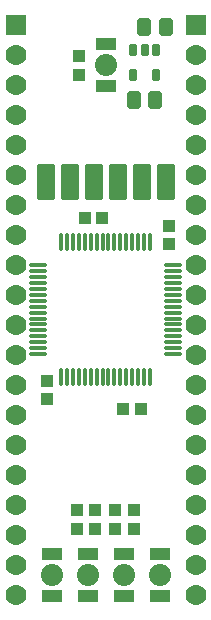
<source format=gbs>
G04*
G04 #@! TF.GenerationSoftware,Altium Limited,Altium Designer,21.0.9 (235)*
G04*
G04 Layer_Color=16711935*
%FSLAX25Y25*%
%MOIN*%
G70*
G04*
G04 #@! TF.SameCoordinates,CEEBEC93-FDC5-4B9E-8111-BC73F9B13B43*
G04*
G04*
G04 #@! TF.FilePolarity,Negative*
G04*
G01*
G75*
%ADD11C,0.06992*%
%ADD12R,0.06992X0.06992*%
%ADD13C,0.07386*%
G04:AMPARAMS|DCode=30|XSize=48.27mil|YSize=60.08mil|CornerRadius=12.82mil|HoleSize=0mil|Usage=FLASHONLY|Rotation=180.000|XOffset=0mil|YOffset=0mil|HoleType=Round|Shape=RoundedRectangle|*
%AMROUNDEDRECTD30*
21,1,0.04827,0.03445,0,0,180.0*
21,1,0.02264,0.06008,0,0,180.0*
1,1,0.02563,-0.01132,0.01722*
1,1,0.02563,0.01132,0.01722*
1,1,0.02563,0.01132,-0.01722*
1,1,0.02563,-0.01132,-0.01722*
%
%ADD30ROUNDEDRECTD30*%
%ADD31R,0.04433X0.04236*%
G04:AMPARAMS|DCode=32|XSize=62.05mil|YSize=121.1mil|CornerRadius=8.88mil|HoleSize=0mil|Usage=FLASHONLY|Rotation=0.000|XOffset=0mil|YOffset=0mil|HoleType=Round|Shape=RoundedRectangle|*
%AMROUNDEDRECTD32*
21,1,0.06205,0.10335,0,0,0.0*
21,1,0.04429,0.12110,0,0,0.0*
1,1,0.01776,0.02215,-0.05167*
1,1,0.01776,-0.02215,-0.05167*
1,1,0.01776,-0.02215,0.05167*
1,1,0.01776,0.02215,0.05167*
%
%ADD32ROUNDEDRECTD32*%
%ADD33R,0.06598X0.04236*%
%ADD34R,0.04039X0.03842*%
G04:AMPARAMS|DCode=35|XSize=26.61mil|YSize=42.36mil|CornerRadius=7.4mil|HoleSize=0mil|Usage=FLASHONLY|Rotation=0.000|XOffset=0mil|YOffset=0mil|HoleType=Round|Shape=RoundedRectangle|*
%AMROUNDEDRECTD35*
21,1,0.02661,0.02756,0,0,0.0*
21,1,0.01181,0.04236,0,0,0.0*
1,1,0.01480,0.00591,-0.01378*
1,1,0.01480,-0.00591,-0.01378*
1,1,0.01480,-0.00591,0.01378*
1,1,0.01480,0.00591,0.01378*
%
%ADD35ROUNDEDRECTD35*%
%ADD36O,0.05811X0.01480*%
%ADD37O,0.01480X0.05811*%
%ADD38R,0.04236X0.04433*%
D11*
X66000Y6000D02*
D03*
Y16000D02*
D03*
Y26000D02*
D03*
Y36000D02*
D03*
Y46000D02*
D03*
Y126000D02*
D03*
Y136000D02*
D03*
Y146000D02*
D03*
Y156000D02*
D03*
Y166000D02*
D03*
Y176000D02*
D03*
Y186000D02*
D03*
Y116000D02*
D03*
Y106000D02*
D03*
Y96000D02*
D03*
Y86000D02*
D03*
Y76000D02*
D03*
Y66000D02*
D03*
Y56000D02*
D03*
X6000Y6000D02*
D03*
Y16000D02*
D03*
Y26000D02*
D03*
Y36000D02*
D03*
Y46000D02*
D03*
Y126000D02*
D03*
Y136000D02*
D03*
Y146000D02*
D03*
Y156000D02*
D03*
Y166000D02*
D03*
Y176000D02*
D03*
Y186000D02*
D03*
Y116000D02*
D03*
Y106000D02*
D03*
Y96000D02*
D03*
Y86000D02*
D03*
Y76000D02*
D03*
Y66000D02*
D03*
Y56000D02*
D03*
D12*
X66000Y196000D02*
D03*
X6000D02*
D03*
D13*
X36000Y182500D02*
D03*
X54000Y12500D02*
D03*
X30000D02*
D03*
X18000D02*
D03*
X42000D02*
D03*
D30*
X45457Y170909D02*
D03*
X52543D02*
D03*
X56043Y195409D02*
D03*
X48957D02*
D03*
D31*
X29047Y131500D02*
D03*
X34953D02*
D03*
X47811Y68000D02*
D03*
X41906D02*
D03*
D32*
X56000Y143500D02*
D03*
X48000D02*
D03*
X40000D02*
D03*
X32000D02*
D03*
X24000D02*
D03*
X16000D02*
D03*
D33*
X36000Y175500D02*
D03*
Y189500D02*
D03*
X54000Y19500D02*
D03*
Y5500D02*
D03*
X30000D02*
D03*
Y19500D02*
D03*
X18000Y5500D02*
D03*
Y19500D02*
D03*
X42000Y5500D02*
D03*
Y19500D02*
D03*
D34*
X26500Y34150D02*
D03*
Y27850D02*
D03*
X32500Y34150D02*
D03*
Y27850D02*
D03*
X39000Y34150D02*
D03*
Y27850D02*
D03*
X45500Y34150D02*
D03*
Y27850D02*
D03*
X27000Y179350D02*
D03*
Y185650D02*
D03*
D35*
X45260Y187583D02*
D03*
X49000D02*
D03*
X52740D02*
D03*
X45260Y179236D02*
D03*
X52740D02*
D03*
D36*
X58441Y86236D02*
D03*
Y88205D02*
D03*
Y90173D02*
D03*
X58441Y92142D02*
D03*
X58441Y94110D02*
D03*
Y96079D02*
D03*
Y98047D02*
D03*
Y100016D02*
D03*
Y101984D02*
D03*
Y103953D02*
D03*
Y105921D02*
D03*
Y107890D02*
D03*
Y109858D02*
D03*
Y111827D02*
D03*
Y113795D02*
D03*
Y115764D02*
D03*
X13559D02*
D03*
Y113795D02*
D03*
Y111827D02*
D03*
Y109858D02*
D03*
Y107890D02*
D03*
Y105921D02*
D03*
Y103953D02*
D03*
Y101984D02*
D03*
Y100016D02*
D03*
Y98047D02*
D03*
Y96079D02*
D03*
Y94110D02*
D03*
Y92142D02*
D03*
Y90173D02*
D03*
Y88205D02*
D03*
Y86236D02*
D03*
D37*
X50764Y123441D02*
D03*
X48795D02*
D03*
X46827D02*
D03*
X44858D02*
D03*
X42890D02*
D03*
X40921D02*
D03*
X38953D02*
D03*
X36984D02*
D03*
X35016D02*
D03*
X33047D02*
D03*
X31079D02*
D03*
X29110D02*
D03*
X27142D02*
D03*
X25173D02*
D03*
X23205D02*
D03*
X21236D02*
D03*
Y78559D02*
D03*
X23205D02*
D03*
X25173D02*
D03*
X27142D02*
D03*
X29110D02*
D03*
X31079D02*
D03*
X33047D02*
D03*
X35016D02*
D03*
X36984D02*
D03*
X38953D02*
D03*
X40921D02*
D03*
X42890D02*
D03*
X44858Y78559D02*
D03*
X46827Y78559D02*
D03*
X48795D02*
D03*
X50764D02*
D03*
D38*
X16600Y77153D02*
D03*
Y71247D02*
D03*
X57000Y123047D02*
D03*
Y128953D02*
D03*
M02*

</source>
